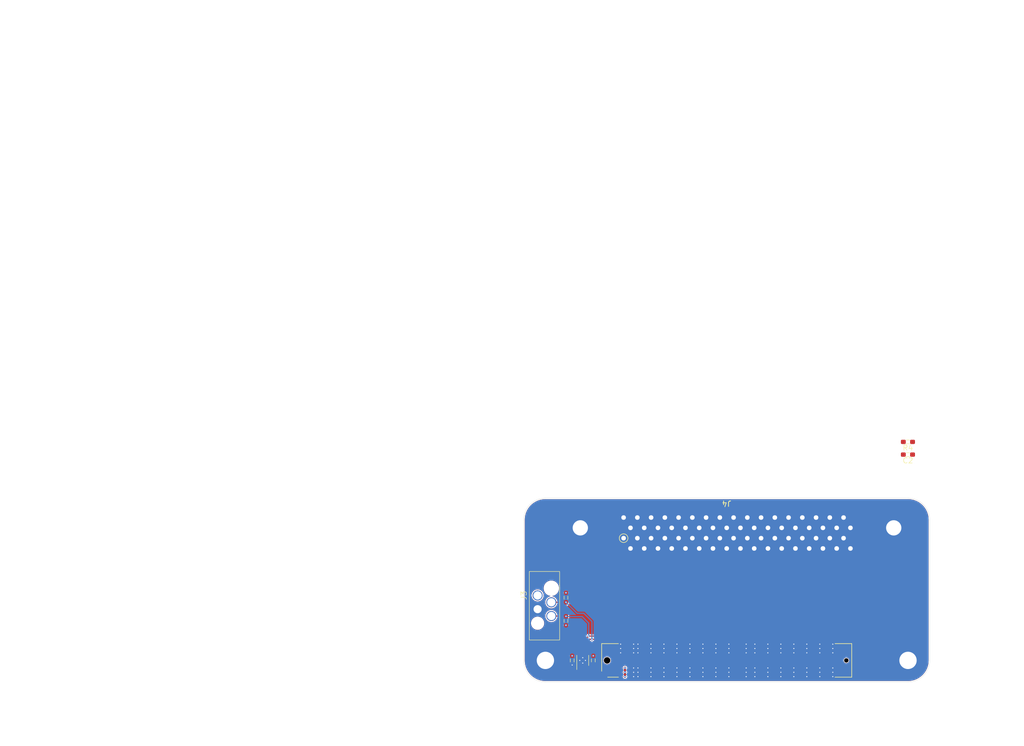
<source format=kicad_pcb>
(kicad_pcb (version 20240108) (generator "pcbnew") (generator_version "8.0")
  (title_block (title "Squishy - SE PHY ") (date "2024-06-14") (rev "1") (company "Shrine Maiden Heavy Industries") (comment 1 "License: CERN-OHL-S") (comment 2 "© 2024 Aki 'lethalbit' Van Ness, et. al.") (comment 3 "No warranty expressed or implied") (comment 4 "Squishy - SCSI Multitool"))
  (layers (0 "F.Cu" signal) (1 "In1.Cu" signal) (2 "In2.Cu" signal) (3 "In3.Cu" signal) (4 "In4.Cu" signal) (31 "B.Cu" signal) (34 "B.Paste" user) (35 "F.Paste" user) (36 "B.SilkS" user "B.Silkscreen") (37 "F.SilkS" user "F.Silkscreen") (38 "B.Mask" user) (39 "F.Mask" user) (44 "Edge.Cuts" user))
  (net 0 "")
  (net 1 "GND")
  (net 4 "/PHY.ID_SCL")
  (net 5 "+3V3")
  (net 6 "/PHY.ID_SDA")
  (net 7 "/CON.DP14+")
  (net 8 "/CON.C{slash}D+")
  (net 9 "/CON.DB10-")
  (net 10 "/CON.DB4-")
  (net 11 "/CON.ACK+")
  (net 12 "/CON.TERMPWR")
  (net 13 "/CON.DP1+")
  (net 14 "/CON.BSY-")
  (net 15 "/CON.RST-")
  (net 16 "/CON.DB2-")
  (net 17 "/CON.BSY+")
  (net 18 "/CON.DB5+")
  (net 19 "/CON.ATN-")
  (net 20 "/CON.DP0+")
  (net 21 "/CON.SEL+")
  (net 22 "/CON.ATN+")
  (net 23 "/CON.DB9-")
  (net 24 "/CON.SEL-")
  (net 25 "/CON.DB9+")
  (net 26 "/CON.DB0-")
  (net 27 "/CON.DB11+")
  (net 28 "/CON.DB7+")
  (net 29 "/CON.DP1-")
  (net 30 "/CON.DB5-")
  (net 31 "/CON.REQ-")
  (net 32 "/CON.DB1-")
  (net 33 "/CON.DB13+")
  (net 34 "/CON.REQ+")
  (net 35 "/CON.DB3-")
  (net 36 "/CON.DB8+")
  (net 37 "/CON.DB13-")
  (net 38 "/CON.DB15-")
  (net 39 "/CON.MSG+")
  (net 40 "/CON.DB11-")
  (net 41 "/CON.DP12+")
  (net 42 "/CON.DB3+")
  (net 43 "/CON.ACK-")
  (net 44 "/CON.DIFFSENSE")
  (net 45 "/CON.I{slash}O+")
  (net 46 "/CON.I{slash}O-")
  (net 47 "/CON.DB4+")
  (net 48 "/CON.DB15+")
  (net 49 "/CON.DB6-")
  (net 50 "/CON.DP14-")
  (net 51 "/CON.RST+")
  (net 52 "/CON.DB8-")
  (net 53 "/CON.DB10+")
  (net 54 "/CON.MSG-")
  (net 55 "/CON.DB6+")
  (net 56 "/CON.C{slash}D-")
  (net 57 "/CON.DB7-")
  (net 58 "/CON.DP12-")
  (net 59 "/CON.DB1+")
  (net 60 "/CON.DP0-")
  (net 61 "/CON.DB2+")
  (net 62 "/CON.DB0+")
  (net 63 "Net-(U1-E0)")
  (net 64 "Net-(C2-Pad1)")
  (net 65 "/CON.DB12-")
  (net 66 "/CON.DB14+")
  (net 67 "/CON.DB14-")
  (net 68 "/CON.DB12+")
  (footprint "lethalbit-connectors:1014457-10x80xLF" (layer "F.Cu") (at 147.5 136 180)
    (property "Reference" "J1" (hide yes))
    (property "Value" "SCSI PHY Mezz")
    (fp_line (start 23.100001 3.1) (end 23.1 -2) (stroke (width 0.12)) (layer "F.SilkS"))
    (fp_line (start 23.100001 3.1) (end 20.000001 3.1) (stroke (width 0.12)) (layer "F.SilkS"))
    (fp_line (start 22 -3.1) (end 20.000001 -3.1) (stroke (width 0.12)) (layer "F.SilkS"))
    (fp_line (start -20.000001 3.1) (end -23.100001 3.1) (stroke (width 0.12)) (layer "F.SilkS"))
    (fp_line (start -20.000001 -3.1) (end -23.100001 -3.1) (stroke (width 0.12)) (layer "F.SilkS"))
    (fp_line (start -23.100001 3.1) (end -23.100001 -3.1) (stroke (width 0.12)) (layer "F.SilkS"))
    (pad "" np_thru_hole circle (at -22.1 0 180) (size 0.8 0.8) (drill 0.8) (layers "*.Mask"))
    (pad "" np_thru_hole circle (at 22.1 0 180) (size 1.2 1.2) (drill 1.2) (layers "*.Mask"))
    (pad "1" smd roundrect (at 19.6 -2.2 180) (size 0.4 2) (layers "F.Cu" "F.Paste" "F.Mask") (net 1 "GND"))
    (pad "2" smd roundrect (at 19.6 2.2 180) (size 0.4 2) (layers "F.Cu" "F.Paste" "F.Mask") (net 1 "GND"))
    (pad "3" smd roundrect (at 18.8 -2.199999 180) (size 0.4 2) (layers "F.Cu" "F.Paste" "F.Mask") (net 5 "+3V3"))
    (pad "4" smd roundrect (at 18.8 2.199999 180) (size 0.4 2) (layers "F.Cu" "F.Paste" "F.Mask") (net 6 "/PHY.ID_SDA"))
    (pad "5" smd roundrect (at 18 -2.2 180) (size 0.4 2) (layers "F.Cu" "F.Paste" "F.Mask"))
    (pad "6" smd roundrect (at 18 2.2 180) (size 0.4 2) (layers "F.Cu" "F.Paste" "F.Mask") (net 4 "/PHY.ID_SCL"))
    (pad "7" smd roundrect (at 17.200001 -2.2 180) (size 0.4 2) (layers "F.Cu" "F.Paste" "F.Mask") (net 1 "GND"))
    (pad "8" smd roundrect (at 17.200001 2.2 180) (size 0.4 2) (layers "F.Cu" "F.Paste" "F.Mask") (net 1 "GND"))
    (pad "9" smd roundrect (at 16.4 -2.2 180) (size 0.4 2) (layers "F.Cu" "F.Paste" "F.Mask") (net 1 "GND"))
    (pad "10" smd roundrect (at 16.4 2.2 180) (size 0.4 2) (layers "F.Cu" "F.Paste" "F.Mask") (net 1 "GND"))
    (pad "11" smd roundrect (at 15.6 -2.2 180) (size 0.4 2) (layers "F.Cu" "F.Paste" "F.Mask") (net 41 "/CON.DP12+"))
    (pad "12" smd roundrect (at 15.6 2.2 180) (size 0.4 2) (layers "F.Cu" "F.Paste" "F.Mask") (net 58 "/CON.DP12-"))
    (pad "13" smd roundrect (at 14.799999 -2.2 180) (size 0.4 2) (layers "F.Cu" "F.Paste" "F.Mask") (net 33 "/CON.DB13+"))
    (pad "14" smd roundrect (at 14.799999 2.2 180) (size 0.4 2) (layers "F.Cu" "F.Paste" "F.Mask") (net 37 "/CON.DB13-"))
    (pad "15" smd roundrect (at 14 -2.2 180) (size 0.4 2) (layers "F.Cu" "F.Paste" "F.Mask") (net 1 "GND"))
    (pad "16" smd roundrect (at 14 2.2 180) (size 0.4 2) (layers "F.Cu" "F.Paste" "F.Mask") (net 1 "GND"))
    (pad "17" smd roundrect (at 13.2 -2.199999 180) (size 0.4 2) (layers "F.Cu" "F.Paste" "F.Mask") (net 7 "/CON.DP14+"))
    (pad "18" smd roundrect (at 13.2 2.199999 180) (size 0.4 2) (layers "F.Cu" "F.Paste" "F.Mask") (net 50 "/CON.DP14-"))
    (pad "19" smd roundrect (at 12.4 -2.2 180) (size 0.4 2) (layers "F.Cu" "F.Paste" "F.Mask") (net 48 "/CON.DB15+"))
    (pad "20" smd roundrect (at 12.4 2.2 180) (size 0.4 2) (layers "F.Cu" "F.Paste" "F.Mask") (net 38 "/CON.DB15-"))
    (pad "21" smd roundrect (at 11.6 -2.2 180) (size 0.4 2) (layers "F.Cu" "F.Paste" "F.Mask") (net 1 "GND"))
    (pad "22" smd roundrect (at 11.6 2.2 180) (size 0.4 2) (layers "F.Cu" "F.Paste" "F.Mask") (net 1 "GND"))
    (pad "23" smd roundrect (at 10.8 -2.2 180) (size 0.4 2) (layers "F.Cu" "F.Paste" "F.Mask") (net 13 "/CON.DP1+"))
    (pad "24" smd roundrect (at 10.8 2.2 180) (size 0.4 2) (layers "F.Cu" "F.Paste" "F.Mask") (net 29 "/CON.DP1-"))
    (pad "25" smd roundrect (at 10 -2.2 180) (size 0.4 2) (layers "F.Cu" "F.Paste" "F.Mask") (net 62 "/CON.DB0+"))
    (pad "26" smd roundrect (at 10 2.2 180) (size 0.4 2) (layers "F.Cu" "F.Paste" "F.Mask") (net 26 "/CON.DB0-"))
    (pad "27" smd roundrect (at 9.199999 -2.2 180) (size 0.4 2) (layers "F.Cu" "F.Paste" "F.Mask") (net 1 "GND"))
    (pad "28" smd roundrect (at 9.199999 2.2 180) (size 0.4 2) (layers "F.Cu" "F.Paste" "F.Mask") (net 1 "GND"))
    (pad "29" smd roundrect (at 8.4 -2.2 180) (size 0.4 2) (layers "F.Cu" "F.Paste" "F.Mask") (net 59 "/CON.DB1+"))
    (pad "30" smd roundrect (at 8.4 2.2 180) (size 0.4 2) (layers "F.Cu" "F.Paste" "F.Mask") (net 32 "/CON.DB1-"))
    (pad "31" smd roundrect (at 7.6 -2.199999 180) (size 0.4 2) (layers "F.Cu" "F.Paste" "F.Mask") (net 61 "/CON.DB2+"))
    (pad "32" smd roundrect (at 7.6 2.199999 180) (size 0.4 2) (layers "F.Cu" "F.Paste" "F.Mask") (net 16 "/CON.DB2-"))
    (pad "33" smd roundrect (at 6.8 -2.2 180) (size 0.4 2) (layers "F.Cu" "F.Paste" "F.Mask") (net 1 "GND"))
    (pad "34" smd roundrect (at 6.8 2.2 180) (size 0.4 2) (layers "F.Cu" "F.Paste" "F.Mask") (net 1 "GND"))
    (pad "35" smd roundrect (at 6 -2.2 180) (size 0.4 2) (layers "F.Cu" "F.Paste" "F.Mask") (net 42 "/CON.DB3+"))
    (pad "36" smd roundrect (at 6 2.2 180) (size 0.4 2) (layers "F.Cu" "F.Paste" "F.Mask") (net 35 "/CON.DB3-"))
    (pad "37" smd roundrect (at 5.2 -2.2 180) (size 0.4 2) (layers "F.Cu" "F.Paste" "F.Mask") (net 47 "/CON.DB4+"))
    (pad "38" smd roundrect (at 5.2 2.2 180) (size 0.4 2) (layers "F.Cu" "F.Paste" "F.Mask") (net 10 "/CON.DB4-"))
    (pad "39" smd roundrect (at 4.4 -2.2 180) (size 0.4 2) (layers "F.Cu" "F.Paste" "F.Mask") (net 1 "GND"))
    (pad "40" smd roundrect (at 4.4 2.2 180) (size 0.4 2) (layers "F.Cu" "F.Paste" "F.Mask") (net 1 "GND"))
    (pad "41" smd roundrect (at 3.599999 -2.2 180) (size 0.4 2) (layers "F.Cu" "F.Paste" "F.Mask") (net 18 "/CON.DB5+"))
    (pad "42" smd roundrect (at 3.599999 2.2 180) (size 0.4 2) (layers "F.Cu" "F.Paste" "F.Mask") (net 30 "/CON.DB5-"))
    (pad "43" smd roundrect (at 2.8 -2.2 180) (size 0.4 2) (layers "F.Cu" "F.Paste" "F.Mask") (net 55 "/CON.DB6+"))
    (pad "44" smd roundrect (at 2.8 2.2 180) (size 0.4 2) (layers "F.Cu" "F.Paste" "F.Mask") (net 49 "/CON.DB6-"))
    (pad "45" smd roundrect (at 2 -2.199999 180) (size 0.4 2) (layers "F.Cu" "F.Paste" "F.Mask") (net 1 "GND"))
    (pad "46" smd roundrect (at 2 2.199999 180) (size 0.4 2) (layers "F.Cu" "F.Paste" "F.Mask") (net 1 "GND"))
    (pad "47" smd roundrect (at 1.2 -2.2 180) (size 0.4 2) (layers "F.Cu" "F.Paste" "F.Mask") (net 28 "/CON.DB7+"))
    (pad "48" smd roundrect (at 1.2 2.2 180) (size 0.4 2) (layers "F.Cu" "F.Paste" "F.Mask") (net 57 "/CON.DB7-"))
    (pad "49" smd roundrect (at 0.4 -2.2 180) (size 0.4 2) (layers "F.Cu" "F.Paste" "F.Mask") (net 20 "/CON.DP0+"))
    (pad "50" smd roundrect (at 0.4 2.2 180) (size 0.4 2) (layers "F.Cu" "F.Paste" "F.Mask") (net 60 "/CON.DP0-"))
    (pad "51" smd roundrect (at -0.4 -2.2 180) (size 0.4 2) (layers "F.Cu" "F.Paste" "F.Mask") (net 1 "GND"))
    (pad "52" smd roundrect (at -0.4 2.2 180) (size 0.4 2) (layers "F.Cu" "F.Paste" "F.Mask") (net 1 "GND"))
    (pad "53" smd roundrect (at -1.2 -2.2 180) (size 0.4 2) (layers "F.Cu" "F.Paste" "F.Mask") (net 44 "/CON.DIFFSENSE"))
    (pad "54" smd roundrect (at -1.2 2.2 180) (size 0.4 2) (layers "F.Cu" "F.Paste" "F.Mask"))
    (pad "55" smd roundrect (at -2 -2.199999 180) (size 0.4 2) (layers "F.Cu" "F.Paste" "F.Mask") (net 12 "/CON.TERMPWR"))
    (pad "56" smd roundrect (at -2 2.199999 180) (size 0.4 2) (layers "F.Cu" "F.Paste" "F.Mask") (net 12 "/CON.TERMPWR"))
    (pad "57" smd roundrect (at -2.8 -2.2 180) (size 0.4 2) (layers "F.Cu" "F.Paste" "F.Mask") (net 12 "/CON.TERMPWR"))
    (pad "58" smd roundrect (at -2.8 2.2 180) (size 0.4 2) (layers "F.Cu" "F.Paste" "F.Mask") (net 12 "/CON.TERMPWR"))
    (pad "59" smd roundrect (at -3.599999 -2.2 180) (size 0.4 2) (layers "F.Cu" "F.Paste" "F.Mask") (net 1 "GND"))
    (pad "60" smd roundrect (at -3.599999 2.2 180) (size 0.4 2) (layers "F.Cu" "F.Paste" "F.Mask") (net 1 "GND"))
    (pad "61" smd roundrect (at -4.4 -2.2 180) (size 0.4 2) (layers "F.Cu" "F.Paste" "F.Mask") (net 22 "/CON.ATN+"))
    (pad "62" smd roundrect (at -4.4 2.2 180) (size 0.4 2) (layers "F.Cu" "F.Paste" "F.Mask") (net 19 "/CON.ATN-"))
    (pad "63" smd roundrect (at -5.2 -2.2 180) (size 0.4 2) (layers "F.Cu" "F.Paste" "F.Mask") (net 1 "GND"))
    (pad "64" smd roundrect (at -5.2 2.2 180) (size 0.4 2) (layers "F.Cu" "F.Paste" "F.Mask") (net 1 "GND"))
    (pad "65" smd roundrect (at -6 -2.2 180) (size 0.4 2) (layers "F.Cu" "F.Paste" "F.Mask") (net 17 "/CON.BSY+"))
    (pad "66" smd roundrect (at -6 2.2 180) (size 0.4 2) (layers "F.Cu" "F.Paste" "F.Mask") (net 14 "/CON.BSY-"))
    (pad "67" smd roundrect (at -6.8 -2.2 180) (size 0.4 2) (layers "F.Cu" "F.Paste" "F.Mask") (net 11 "/CON.ACK+"))
    (pad "68" smd roundrect (at -6.8 2.2 180) (size 0.4 2) (layers "F.Cu" "F.Paste" "F.Mask") (net 43 "/CON.ACK-"))
    (pad "69" smd roundrect (at -7.6 -2.199999 180) (size 0.4 2) (layers "F.Cu" "F.Paste" "F.Mask") (net 1 "GND"))
    (pad "70" smd roundrect (at -7.6 2.199999 180) (size 0.4 2) (layers "F.Cu" "F.Paste" "F.Mask") (net 1 "GND"))
    (pad "71" smd roundrect (at -8.4 -2.2 180) (size 0.4 2) (layers "F.Cu" "F.Paste" "F.Mask") (net 51 "/CON.RST+"))
    (pad "72" smd roundrect (at -8.4 2.2 180) (size 0.4 2) (layers "F.Cu" "F.Paste" "F.Mask") (net 15 "/CON.RST-"))
    (pad "73" smd roundrect (at -9.199999 -2.2 180) (size 0.4 2) (layers "F.Cu" "F.Paste" "F.Mask") (net 39 "/CON.MSG+"))
    (pad "74" smd roundrect (at -9.199999 2.2 180) (size 0.4 2) (layers "F.Cu" "F.Paste" "F.Mask") (net 54 "/CON.MSG-"))
    (pad "75" smd roundrect (at -10 -2.2 180) (size 0.4 2) (layers "F.Cu" "F.Paste" "F.Mask") (net 1 "GND"))
    (pad "76" smd roundrect (at -10 2.2 180) (size 0.4 2) (layers "F.Cu" "F.Paste" "F.Mask") (net 1 "GND"))
    (pad "77" smd roundrect (at -10.8 -2.2 180) (size 0.4 2) (layers "F.Cu" "F.Paste" "F.Mask") (net 21 "/CON.SEL+"))
    (pad "78" smd roundrect (at -10.8 2.2 180) (size 0.4 2) (layers "F.Cu" "F.Paste" "F.Mask") (net 24 "/CON.SEL-"))
    (pad "79" smd roundrect (at -11.6 -2.2 180) (size 0.4 2) (layers "F.Cu" "F.Paste" "F.Mask") (net 8 "/CON.C{slash}D+"))
    (pad "80" smd roundrect (at -11.6 2.2 180) (size 0.4 2) (layers "F.Cu" "F.Paste" "F.Mask") (net 56 "/CON.C{slash}D-"))
    (pad "81" smd roundrect (at -12.4 -2.2 180) (size 0.4 2) (layers "F.Cu" "F.Paste" "F.Mask") (net 1 "GND"))
    (pad "82" smd roundrect (at -12.4 2.2 180) (size 0.4 2) (layers "F.Cu" "F.Paste" "F.Mask") (net 1 "GND"))
    (pad "83" smd roundrect (at -13.2 -2.199999 180) (size 0.4 2) (layers "F.Cu" "F.Paste" "F.Mask") (net 34 "/CON.REQ+"))
    (pad "84" smd roundrect (at -13.2 2.199999 180) (size 0.4 2) (layers "F.Cu" "F.Paste" "F.Mask") (net 31 "/CON.REQ-"))
    (pad "85" smd roundrect (at -14 -2.2 180) (size 0.4 2) (layers "F.Cu" "F.Paste" "F.Mask") (net 45 "/CON.I{slash}O+"))
    (pad "86" smd roundrect (at -14 2.2 180) (size 0.4 2) (layers "F.Cu" "F.Paste" "F.Mask") (net 46 "/CON.I{slash}O-"))
    (pad "87" smd roundrect (at -14.799999 -2.2 180) (size 0.4 2) (layers "F.Cu" "F.Paste" "F.Mask") (net 1 "GND"))
    (pad "88" smd roundrect (at -14.799999 2.2 180) (size 0.4 2) (layers "F.Cu" "F.Paste" "F.Mask") (net 1 "GND"))
    (pad "89" smd roundrect (at -15.6 -2.2 180) (size 0.4 2) (layers "F.Cu" "F.Paste" "F.Mask") (net 36 "/CON.DB8+"))
    (pad "90" smd roundrect (at -15.6 2.2 180) (size 0.4 2) (layers "F.Cu" "F.Paste" "F.Mask") (net 52 "/CON.DB8-"))
    (pad "91" smd roundrect (at -16.4 -2.2 180) (size 0.4 2) (layers "F.Cu" "F.Paste" "F.Mask") (net 25 "/CON.DB9+"))
    (pad "92" smd roundrect (at -16.4 2.2 180) (size 0.4 2) (layers "F.Cu" "F.Paste" "F.Mask") (net 23 "/CON.DB9-"))
    (pad "93" smd roundrect (at -17.200001 -2.2 180) (size 0.4 2) (layers "F.Cu" "F.Paste" "F.Mask") (net 1 "GND"))
    (pad "94" smd roundrect (at -17.200001 2.2 180) (size 0.4 2) (layers "F.Cu" "F.Paste" "F.Mask") (net 1 "GND"))
    (pad "95" smd roundrect (at -18 -2.2 180) (size 0.4 2) (layers "F.Cu" "F.Paste" "F.Mask") (net 53 "/CON.DB10+"))
    (pad "96" smd roundrect (at -18 2.2 180) (size 0.4 2) (layers "F.Cu" "F.Paste" "F.Mask") (net 9 "/CON.DB10-"))
    (pad "97" smd roundrect (at -18.8 -2.199999 180) (size 0.4 2) (layers "F.Cu" "F.Paste" "F.Mask") (net 27 "/CON.DB11+"))
    (pad "98" smd roundrect (at -18.8 2.199999 180) (size 0.4 2) (layers "F.Cu" "F.Paste" "F.Mask") (net 40 "/CON.DB11-"))
    (pad "99" smd roundrect (at -19.6 -2.2 180) (size 0.4 2) (layers "F.Cu" "F.Paste" "F.Mask") (net 1 "GND"))
    (pad "100" smd roundrect (at -19.6 2.2 180) (size 0.4 2) (layers "F.Cu" "F.Paste" "F.Mask") (net 1 "GND"))
  )
  (footprint "rhais_rcl:R0603" (layer "F.Cu") (at 117.8 128.7 90)
    (property "Reference" "R3")
    (property "Value" "4k7" (hide yes))
    (fp_line (start 0.3 -0.349999) (end -0.3 -0.349999) (stroke (width 0.1)) (layer "F.SilkS"))
    (fp_line (start -0.3 0.349999) (end 0.3 0.349999) (stroke (width 0.1)) (layer "F.SilkS"))
    (pad "1" smd roundrect (at -0.85 0 90) (size 0.9 0.8) (layers "F.Cu" "F.Paste" "F.Mask") (net 5 "+3V3"))
    (pad "2" smd roundrect (at 0.85 0 90) (size 0.9 0.8) (layers "F.Cu" "F.Paste" "F.Mask") (net 4 "/PHY.ID_SCL"))
  )
  (footprint "rhais_rcl:R0603" (layer "F.Cu") (at 117.8 124.4 -90)
    (property "Reference" "R2")
    (property "Value" "4k7" (hide yes))
    (fp_line (start -0.3 0.349999) (end 0.3 0.349999) (stroke (width 0.1)) (layer "F.SilkS"))
    (fp_line (start 0.3 -0.349999) (end -0.3 -0.349999) (stroke (width 0.1)) (layer "F.SilkS"))
    (pad "1" smd roundrect (at -0.85 0 270) (size 0.9 0.8) (layers "F.Cu" "F.Paste" "F.Mask") (net 5 "+3V3"))
    (pad "2" smd roundrect (at 0.85 0 270) (size 0.9 0.8) (layers "F.Cu" "F.Paste" "F.Mask") (net 6 "/PHY.ID_SDA"))
  )
  (footprint "lethalbit-connectors:5787082-7" (layer "F.Cu") (at 147.5 112.384001 180)
    (property "Reference" "J4" (at 0 5.400001 180) (layer "F.SilkS"))
    (property "Value" "HD-68" (hide yes))
    (fp_circle (center 19.05 -1.015999) (end 19.85 -1.015999) (stroke (width 0.12)) (fill none) (layer "F.SilkS"))
    (pad "1" thru_hole circle (at 19.05 -1.015999) (size 1.2 1.2) (drill 0.85) (layers "*.Cu" "*.Mask") (net 68 "/CON.DB12+"))
    (pad "2" thru_hole circle (at 17.78 -2.920999) (size 1.2 1.2) (drill 0.85) (layers "*.Cu" "*.Mask") (net 33 "/CON.DB13+"))
    (pad "3" thru_hole circle (at 16.51 -1.015999) (size 1.2 1.2) (drill 0.85) (layers "*.Cu" "*.Mask") (net 66 "/CON.DB14+"))
    (pad "4" thru_hole circle (at 15.24 -2.921) (size 1.2 1.2) (drill 0.85) (layers "*.Cu" "*.Mask") (net 48 "/CON.DB15+"))
    (pad "5" thru_hole circle (at 13.97 -1.015999) (size 1.2 1.2) (drill 0.85) (layers "*.Cu" "*.Mask") (net 13 "/CON.DP1+"))
    (pad "6" thru_hole circle (at 12.699999 -2.920999) (size 1.2 1.2) (drill 0.85) (layers "*.Cu" "*.Mask") (net 1 "GND"))
    (pad "7" thru_hole circle (at 11.43 -1.016) (size 1.2 1.2) (drill 0.85) (layers "*.Cu" "*.Mask") (net 62 "/CON.DB0+"))
    (pad "8" thru_hole circle (at 10.159999 -2.921) (size 1.2 1.2) (drill 0.85) (layers "*.Cu" "*.Mask") (net 59 "/CON.DB1+"))
    (pad "9" thru_hole circle (at 8.89 -1.015999) (size 1.2 1.2) (drill 0.85) (layers "*.Cu" "*.Mask") (net 61 "/CON.DB2+"))
    (pad "10" thru_hole circle (at 7.619999 -2.921) (size 1.2 1.2) (drill 0.85) (layers "*.Cu" "*.Mask") (net 42 "/CON.DB3+"))
    (pad "11" thru_hole circle (at 6.35 -1.015999) (size 1.2 1.2) (drill 0.85) (layers "*.Cu" "*.Mask") (net 47 "/CON.DB4+"))
    (pad "12" thru_hole circle (at 5.079998 -2.921) (size 1.2 1.2) (drill 0.85) (layers "*.Cu" "*.Mask") (net 18 "/CON.DB5+"))
    (pad "13" thru_hole circle (at 3.81 -1.015999) (size 1.2 1.2) (drill 0.85) (layers "*.Cu" "*.Mask") (net 55 "/CON.DB6+"))
    (pad "14" thru_hole circle (at 2.539999 -2.920999) (size 1.2 1.2) (drill 0.85) (layers "*.Cu" "*.Mask") (net 28 "/CON.DB7+"))
    (pad "15" thru_hole circle (at 1.27 -1.016) (size 1.2 1.2) (drill 0.85) (layers "*.Cu" "*.Mask") (net 20 "/CON.DP0+"))
    (pad "16" thru_hole circle (at -0.000001 -2.921) (size 1.2 1.2) (drill 0.85) (layers "*.Cu" "*.Mask") (net 44 "/CON.DIFFSENSE"))
    (pad "17" thru_hole circle (at -1.27 -1.016) (size 1.2 1.2) (drill 0.85) (layers "*.Cu" "*.Mask") (net 12 "/CON.TERMPWR"))
    (pad "18" thru_hole circle (at -2.540001 -2.921) (size 1.2 1.2) (drill 0.85) (layers "*.Cu" "*.Mask") (net 12 "/CON.TERMPWR"))
    (pad "19" thru_hole circle (at -3.81 -1.015999) (size 1.2 1.2) (drill 0.85) (layers "*.Cu" "*.Mask") (net 1 "GND"))
    (pad "20" thru_hole circle (at -5.08 -2.920999) (size 1.2 1.2) (drill 0.85) (layers "*.Cu" "*.Mask") (net 22 "/CON.ATN+"))
    (pad "21" thru_hole circle (at -6.35 -1.015999) (size 1.2 1.2) (drill 0.85) (layers "*.Cu" "*.Mask") (net 1 "GND"))
    (pad "22" thru_hole circle (at -7.62 -2.921) (size 1.2 1.2) (drill 0.85) (layers "*.Cu" "*.Mask") (net 17 "/CON.BSY+"))
    (pad "23" thru_hole circle (at -8.89 -1.015999) (size 1.2 1.2) (drill 0.85) (layers "*.Cu" "*.Mask") (net 11 "/CON.ACK+"))
    (pad "24" thru_hole circle (at -10.160002 -2.921) (size 1.2 1.2) (drill 0.85) (layers "*.Cu" "*.Mask") (net 51 "/CON.RST+"))
    (pad "25" thru_hole circle (at -11.43 -1.016) (size 1.2 1.2) (drill 0.85) (layers "*.Cu" "*.Mask") (net 39 "/CON.MSG+"))
    (pad "26" thru_hole circle (at -12.700001 -2.921) (size 1.2 1.2) (drill 0.85) (layers "*.Cu" "*.Mask") (net 21 "/CON.SEL+"))
    (pad "27" thru_hole circle (at -13.97 -1.015999) (size 1.2 1.2) (drill 0.85) (layers "*.Cu" "*.Mask") (net 8 "/CON.C{slash}D+"))
    (pad "28" thru_hole circle (at -15.240001 -2.921) (size 1.2 1.2) (drill 0.85) (layers "*.Cu" "*.Mask") (net 34 "/CON.REQ+"))
    (pad "29" thru_hole circle (at -16.51 -1.015999) (size 1.2 1.2) (drill 0.85) (layers "*.Cu" "*.Mask") (net 45 "/CON.I{slash}O+"))
    (pad "30" thru_hole circle (at -17.780002 -2.921) (size 1.2 1.2) (drill 0.85) (layers "*.Cu" "*.Mask") (net 1 "GND"))
    (pad "31" thru_hole circle (at -19.05 -1.015999) (size 1.2 1.2) (drill 0.85) (layers "*.Cu" "*.Mask") (net 36 "/CON.DB8+"))
    (pad "32" thru_hole circle (at -20.320001 -2.920999) (size 1.2 1.2) (drill 0.85) (layers "*.Cu" "*.Mask") (net 25 "/CON.DB9+"))
    (pad "33" thru_hole circle (at -21.59 -1.016) (size 1.2 1.2) (drill 0.85) (layers "*.Cu" "*.Mask") (net 53 "/CON.DB10+"))
    (pad "34" thru_hole circle (at -22.860001 -2.921) (size 1.2 1.2) (drill 0.85) (layers "*.Cu" "*.Mask") (net 27 "/CON.DB11+"))
    (pad "35" thru_hole circle (at 19.05 2.794) (size 1.2 1.2) (drill 0.85) (layers "*.Cu" "*.Mask") (net 65 "/CON.DB12-"))
    (pad "36" thru_hole circle (at 17.78 0.888999) (size 1.2 1.2) (drill 0.85) (layers "*.Cu" "*.Mask") (net 37 "/CON.DB13-"))
    (pad "37" thru_hole circle (at 16.51 2.794) (size 1.2 1.2) (drill 0.85) (layers "*.Cu" "*.Mask") (net 67 "/CON.DB14-"))
    (pad "38" thru_hole circle (at 15.24 0.889) (size 1.2 1.2) (drill 0.85) (layers "*.Cu" "*.Mask") (net 38 "/CON.DB15-"))
    (pad "39" thru_hole circle (at 13.97 2.794) (size 1.2 1.2) (drill 0.85) (layers "*.Cu" "*.Mask") (net 29 "/CON.DP1-"))
    (pad "40" thru_hole circle (at 12.7 0.889) (size 1.2 1.2) (drill 0.85) (layers "*.Cu" "*.Mask") (net 1 "GND"))
    (pad "41" thru_hole circle (at 11.43 2.794) (size 1.2 1.2) (drill 0.85) (layers "*.Cu" "*.Mask") (net 26 "/CON.DB0-"))
    (pad "42" thru_hole circle (at 10.16 0.889) (size 1.2 1.2) (drill 0.85) (layers "*.Cu" "*.Mask") (net 32 "/CON.DB1-"))
    (pad "43" thru_hole circle (at 8.89 2.794) (size 1.2 1.2) (drill 0.85) (layers "*.Cu" "*.Mask") (net 16 "/CON.DB2-"))
    (pad "44" thru_hole circle (at 7.62 0.889) (size 1.2 1.2) (drill 0.85) (layers "*.Cu" "*.Mask") (net 35 "/CON.DB3-"))
    (pad "45" thru_hole circle (at 6.35 2.794) (size 1.2 1.2) (drill 0.85) (layers "*.Cu" "*.Mask") (net 10 "/CON.DB4-"))
    (pad "46" thru_hole circle (at 5.08 0.888999) (size 1.2 1.2) (drill 0.85) (layers "*.Cu" "*.Mask") (net 30 "/CON.DB5-"))
    (pad "47" thru_hole circle (at 3.81 2.794) (size 1.2 1.2) (drill 0.85) (layers "*.Cu" "*.Mask") (net 49 "/CON.DB6-"))
    (pad "48" thru_hole circle (at 2.54 0.889) (size 1.2 1.2) (drill 0.85) (layers "*.Cu" "*.Mask") (net 57 "/CON.DB7-"))
    (pad "49" thru_hole circle (at 1.27 2.794) (size 1.2 1.2) (drill 0.85) (layers "*.Cu" "*.Mask") (net 60 "/CON.DP0-"))
    (pad "50" thru_hole circle (at 0 0.889) (size 1.2 1.2) (drill 0.85) (layers "*.Cu" "*.Mask") (net 1 "GND"))
    (pad "51" thru_hole circle (at -1.27 2.794) (size 1.2 1.2) (drill 0.85) (layers "*.Cu" "*.Mask") (net 12 "/CON.TERMPWR"))
    (pad "52" thru_hole circle (at -2.54 0.889) (size 1.2 1.2) (drill 0.85) (layers "*.Cu" "*.Mask") (net 12 "/CON.TERMPWR"))
    (pad "53" thru_hole circle (at -3.81 2.794) (size 1.2 1.2) (drill 0.85) (layers "*.Cu" "*.Mask") (net 1 "GND"))
    (pad "54" thru_hole circle (at -5.08 0.888999) (size 1.2 1.2) (drill 0.85) (layers "*.Cu" "*.Mask") (net 19 "/CON.ATN-"))
    (pad "55" thru_hole circle (at -6.35 2.794) (size 1.2 1.2) (drill 0.85) (layers "*.Cu" "*.Mask") (net 1 "GND"))
    (pad "56" thru_hole circle (at -7.62 0.889) (size 1.2 1.2) (drill 0.85) (layers "*.Cu" "*.Mask") (net 14 "/CON.BSY-"))
    (pad "57" thru_hole circle (at -8.89 2.794) (size 1.2 1.2) (drill 0.85) (layers "*.Cu" "*.Mask") (net 43 "/CON.ACK-"))
    (pad "58" thru_hole circle (at -10.16 0.889) (size 1.2 1.2) (drill 0.85) (layers "*.Cu" "*.Mask") (net 15 "/CON.RST-"))
    (pad "59" thru_hole circle (at -11.43 2.794) (size 1.2 1.2) (drill 0.85) (layers "*.Cu" "*.Mask") (net 54 "/CON.MSG-"))
    (pad "60" thru_hole circle (at -12.7 0.889) (size 1.2 1.2) (drill 0.85) (layers "*.Cu" "*.Mask") (net 24 "/CON.SEL-"))
    (pad "61" thru_hole circle (at -13.97 2.794) (size 1.2 1.2) (drill 0.85) (layers "*.Cu" "*.Mask") (net 56 "/CON.C{slash}D-"))
    (pad "62" thru_hole circle (at -15.24 0.889) (size 1.2 1.2) (drill 0.85) (layers "*.Cu" "*.Mask") (net 31 "/CON.REQ-"))
    (pad "63" thru_hole circle (at -16.51 2.794) (size 1.2 1.2) (drill 0.85) (layers "*.Cu" "*.Mask") (net 46 "/CON.I{slash}O-"))
    (pad "64" thru_hole circle (at -17.78 0.888999) (size 1.2 1.2) (drill 0.85) (layers "*.Cu" "*.Mask") (net 1 "GND"))
    (pad "65" thru_hole circle (at -19.05 2.794) (size 1.2 1.2) (drill 0.85) (layers "*.Cu" "*.Mask") (net 52 "/CON.DB8-"))
    (pad "66" thru_hole circle (at -20.32 0.889) (size 1.2 1.2) (drill 0.85) (layers "*.Cu" "*.Mask") (net 23 "/CON.DB9-"))
    (pad "67" thru_hole circle (at -21.59 2.794) (size 1.2 1.2) (drill 0.85) (layers "*.Cu" "*.Mask") (net 9 "/CON.DB10-"))
    (pad "68" thru_hole circle (at -22.86 0.889) (size 1.2 1.2) (drill 0.85) (layers "*.Cu" "*.Mask") (net 40 "/CON.DB11-"))
    (pad "SHIELD" thru_hole circle (at -30.860999 0.889) (size 4.1 4.1) (drill 2.82) (layers "*.Cu" "*.Mask") (net 64 "Net-(C2-Pad1)"))
    (pad "SHIELD" thru_hole circle (at 27.05 0.888999) (size 4.1 4.1) (drill 2.82) (layers "*.Cu" "*.Mask") (net 64 "Net-(C2-Pad1)"))
  )
  (footprint "PCM_kikit:Tab" (layer "F.Cu") (at 185.25 131 180)
    (property "Reference" "REF**" (hide yes))
    (property "Value" "Tab")
  )
  (footprint "PCM_kikit:Tab" (layer "F.Cu") (at 174 140.25 90)
    (property "Reference" "REF**" (hide yes))
    (property "Value" "Tab")
  )
  (footprint "rhais_rcl:C0603" (layer "F.Cu") (at 118.95 136 90)
    (property "Reference" "C1")
    (property "Value" "100n" (hide yes))
    (fp_line (start -0.3 -0.349999) (end 0.3 -0.349999) (stroke (width 0.1)) (layer "F.SilkS"))
    (fp_line (start 0.3 0.349999) (end -0.3 0.349999) (stroke (width 0.1)) (layer "F.SilkS"))
    (pad "1" smd roundrect (at -0.85 0 90) (size 0.9 0.8) (layers "F.Cu" "F.Paste" "F.Mask") (net 1 "GND"))
    (pad "2" smd roundrect (at 0.85 0 90) (size 0.9 0.8) (layers "F.Cu" "F.Paste" "F.Mask") (net 5 "+3V3"))
  )
  (footprint "rhais_rcl:R0603" (layer "F.Cu") (at 180.985 95.599003 180)
    (property "Reference" "R4" (at 0 -1.099999 360) (layer "F.SilkS") (effects (font (thickness 0.1))))
    (property "Value" "1M")
    (fp_line (start 0.3 -0.349999) (end -0.3 -0.349999) (stroke (width 0.1)) (layer "F.SilkS"))
    (fp_line (start -0.3 0.349999) (end 0.3 0.349999) (stroke (width 0.1)) (layer "F.SilkS"))
    (pad "1" smd roundrect (at -0.85 0 180) (size 0.9 0.8) (layers "F.Cu" "F.Paste" "F.Mask") (net 1 "GND"))
    (pad "2" smd roundrect (at 0.85 0 180) (size 0.9 0.8) (layers "F.Cu" "F.Paste" "F.Mask") (net 64 "Net-(C2-Pad1)"))
  )
  (footprint "PCM_kikit:Tab" (layer "F.Cu") (at 121.000001 105.75 -90)
    (property "Reference" "REF**" (hide yes))
    (property "Value" "Tab")
  )
  (footprint "rhais_rcl:C0603" (layer "F.Cu") (at 180.985 97.949003 180)
    (property "Reference" "C2" (at 0 -1.099999 360) (layer "F.SilkS") (effects (font (thickness 0.1))))
    (property "Value" "100n")
    (fp_line (start 0.3 0.349999) (end -0.3 0.349999) (stroke (width 0.1)) (layer "F.SilkS"))
    (fp_line (start -0.3 -0.349999) (end 0.3 -0.349999) (stroke (width 0.1)) (layer "F.SilkS"))
    (pad "1" smd roundrect (at -0.85 0 180) (size 0.9 0.8) (layers "F.Cu" "F.Paste" "F.Mask") (net 64 "Net-(C2-Pad1)"))
    (pad "2" smd roundrect (at 0.85 0 180) (size 0.9 0.8) (layers "F.Cu" "F.Paste" "F.Mask") (net 1 "GND"))
  )
  (footprint "MountingHole:MountingHole_3.2mm_M3_Pad" (layer "F.Cu") (at 181 136)
    (property "Reference" "H4" (hide yes))
    (property "Value" "MountingHole" (hide yes))
    (pad "1" thru_hole circle (at 0 0) (size 6.4 6.4) (drill 3.2) (layers "*.Cu" "*.Mask") (net 1 "GND"))
  )
  (footprint "PCM_kikit:Tab" (layer "F.Cu") (at 109.7 131)
    (property "Reference" "REF**" (hide yes))
    (property "Value" "Tab")
  )
  (footprint "PCM_kikit:Tab" (layer "F.Cu") (at 174 105.75 -90)
    (property "Reference" "REF**" (hide yes))
    (property "Value" "Tab")
  )
  (footprint "PCM_kikit:Tab" (layer "F.Cu") (at 109.7 115)
    (property "Reference" "REF**" (hide yes))
    (property "Value" "Tab")
  )
  (footprint "PCM_kikit:Tab" (layer "F.Cu") (at 185.25 115 180)
    (property "Reference" "REF**" (hide yes))
    (property "Value" "Tab")
  )
  (footprint "rhais_rcl:R0603" (layer "F.Cu") (at 122.85 136 90)
    (property "Reference" "R1")
    (property "Value" "10k" (hide yes))
    (fp_line (start 0.3 -0.349999) (end -0.3 -0.349999) (stroke (width 0.1)) (layer "F.SilkS"))
    (fp_line (start -0.3 0.349999) (end 0.3 0.349999) (stroke (width 0.1)) (layer "F.SilkS"))
    (pad "1" smd roundrect (at -0.85 0 90) (size 0.9 0.8) (layers "F.Cu" "F.Paste" "F.Mask") (net 63 "Net-(U1-E0)"))
    (pad "2" smd roundrect (at 0.85 0 90) (size 0.9 0.8) (layers "F.Cu" "F.Paste" "F.Mask") (net 5 "+3V3"))
  )
  (footprint "lethalbit-memory:ST_UFDFPN-8-1EP_2x3mm_P0.5mm_EP1.6x1.6mm" (layer "F.Cu") (at 120.9 136 90)
    (property "Reference" "U1")
    (property "Value" "M24C02-RMC" (hide yes))
    (fp_line (start -1.7 -1.1) (end 0.95 -1.1) (stroke (width 0.1)) (layer "F.SilkS"))
    (fp_line (start 0.95 1.1) (end -0.95 1.1) (stroke (width 0.1)) (layer "F.SilkS"))
    (pad "1" smd roundrect (at -1.4 -0.750001 90) (size 0.6 0.3) (layers "F.Cu" "F.Paste" "F.Mask") (roundrect_rratio 0.15625) (net 63 "Net-(U1-E0)"))
    (pad "2" smd roundrect (at -1.4 -0.25 90) (size 0.6 0.3) (layers "F.Cu" "F.Paste" "F.Mask") (roundrect_rratio 0.15625) (net 63 "Net-(U1-E0)"))
    (pad "3" smd roundrect (at -1.4 0.25 90) (size 0.6 0.3) (layers "F.Cu" "F.Paste" "F.Mask") (roundrect_rratio 0.15625) (net 1 "GND"))
    (pad "4" smd roundrect (at -1.4 0.750001 90) (size 0.6 0.3) (layers "F.Cu" "F.Paste" "F.Mask") (roundrect_rratio 0.15625) (net 1 "GND"))
    (pad "5" smd roundrect (at 1.4 0.750001 90) (size 0.6 0.3) (layers "F.Cu" "F.Paste" "F.Mask") (roundrect_rratio 0.15625) (net 6 "/PHY.ID_SDA"))
    (pad "6" smd roundrect (at 1.4 0.25 90) (size 0.6 0.3) (layers "F.Cu" "F.Paste" "F.Mask") (roundrect_rratio 0.15625) (net 4 "/PHY.ID_SCL"))
    (pad "7" smd roundrect (at 1.4 -0.25 90) (size 0.6 0.3) (layers "F.Cu" "F.Paste" "F.Mask") (roundrect_rratio 0.15625) (net 1 "GND"))
    (pad "8" smd roundrect (at 1.4 -0.750001 90) (size 0.6 0.3) (layers "F.Cu" "F.Paste" "F.Mask") (roundrect_rratio 0.15625) (net 5 "+3V3"))
    (pad "EP" smd roundrect (at 0 0 90) (size 1.6 1.6) (layers "F.Cu" "F.Mask") (roundrect_rratio 0.15625) (net 1 "GND"))
  )
  (footprint "pkl_connectors_wuerth:490107670412-d" (layer "F.Cu") (at 112.56 123.99 90)
    (property "Reference" "J3" (at 0 -2.54 90) (layer "F.SilkS") (effects (font (thickness 0.1))))
    (property "Value" "Conn_01x04")
    (fp_poly (pts (xy 4.43 -1.529999) (xy -8.24 -1.529999) (xy -8.239999 4.07) (xy 4.43 4.070001)) (stroke (width 0.1)) (fill none) (layer "F.SilkS"))
    (pad "" np_thru_hole circle (at -5.14 0 90) (size 2.2 2.2) (drill 2.2) (layers "F&B.Cu" "*.Mask"))
    (pad "" np_thru_hole circle (at 1.33 2.54 90) (size 2.6 2.6) (drill 2.6) (layers "F&B.Cu" "*.Mask"))
    (pad "1" thru_hole circle (at 0 0 90) (size 1.85 1.85) (drill 1.5) (layers "*.Cu" "*.Mask") (net 5 "+3V3"))
    (pad "2" thru_hole circle (at -1.27 2.54 90) (size 1.85 1.85) (drill 1.5) (layers "*.Cu" "*.Mask") (net 6 "/PHY.ID_SDA"))
    (pad "3" thru_hole circle (at -2.54 0 90) (size 1.85 1.85) (drill 1.5) (layers "*.Cu" "*.Mask") (net 1 "GND"))
    (pad "4" thru_hole circle (at -3.81 2.54 90) (size 1.85 1.85) (drill 1.5) (layers "*.Cu" "*.Mask") (net 4 "/PHY.ID_SCL"))
  )
  (footprint "MountingHole:MountingHole_3.2mm_M3_Pad" (layer "F.Cu") (at 114 136)
    (property "Reference" "H3" (hide yes))
    (property "Value" "MountingHole" (hide yes))
    (pad "1" thru_hole circle (at 0 0) (size 6.4 6.4) (drill 3.2) (layers "*.Cu" "*.Mask") (net 1 "GND"))
  )
  (footprint "PCM_kikit:Tab" (layer "F.Cu") (at 121 140.25 90)
    (property "Reference" "REF**" (hide yes))
    (property "Value" "Tab")
  )
  (gr_line (start 181 106) (end 114 106) (stroke (width 0.05)) (layer "Edge.Cuts"))
  (gr_line (start 114 140) (end 181 140) (stroke (width 0.05)) (layer "Edge.Cuts"))
  (gr_arc (start 110 110) (mid 111.171573 107.171573) (end 114 106) (stroke (width 0.05)) (layer "Edge.Cuts"))
  (gr_line (start 185 136) (end 185 110) (stroke (width 0.05)) (layer "Edge.Cuts"))
  (gr_arc (start 185 136) (mid 183.828427 138.828427) (end 181 140) (stroke (width 0.05)) (layer "Edge.Cuts"))
  (gr_arc (start 181 106) (mid 183.828427 107.171573) (end 185 110) (stroke (width 0.05)) (layer "Edge.Cuts"))
  (gr_line (start 110 136) (end 110 110) (stroke (width 0.05)) (layer "Edge.Cuts"))
  (gr_arc (start 114 140) (mid 111.171573 138.828427) (end 110 136) (stroke (width 0.05)) (layer "Edge.Cuts"))
  (via (at 164.7 134.6) (size 0.45) (drill 0.2) (layers "F.Cu" "B.Cu") (net 1))
  (via (at 162.3 138.2) (size 0.45) (drill 0.2) (layers "F.Cu" "B.Cu") (net 1))
  (via (at 135.9 138.2) (size 0.45) (drill 0.2) (layers "F.Cu" "B.Cu") (net 1))
  (via (at 131.1 139) (size 0.45) (drill 0.2) (layers "F.Cu" "B.Cu") (net 1))
  (via (at 155.1 137.4) (size 0.45) (drill 0.2) (layers "F.Cu" "B.Cu") (net 1))
  (via (at 145.5 133.8) (size 0.45) (drill 0.2) (layers "F.Cu" "B.Cu") (net 1))
  (via (at 145.5 138.2) (size 0.45) (drill 0.2) (layers "F.Cu" "B.Cu") (net 1))
  (via (at 140.7 133) (size 0.45) (drill 0.2) (layers "F.Cu" "B.Cu") (net 1))
  (via (at 135.9 133.8) (size 0.45) (drill 0.2) (layers "F.Cu" "B.Cu") (net 1))
  (via (at 120.35 136) (size 0.45) (drill 0.2) (layers "F.Cu" "B.Cu") (net 1))
  (via (at 138.3 133.8) (size 0.45) (drill 0.2) (layers "F.Cu" "B.Cu") (net 1))
  (via (at 133.5 137.4) (size 0.45) (drill 0.2) (layers "F.Cu" "B.Cu") (net 1))
  (via (at 157.5 137.4) (size 0.45) (drill 0.2) (layers "F.Cu" "B.Cu") (net 1))
  (via (at 145.5 133) (size 0.45) (drill 0.2) (layers "F.Cu" "B.Cu") (net 1))
  (via (at 152.7 138.2) (size 0.45) (drill 0.2) (layers "F.Cu" "B.Cu") (net 1))
  (via (at 131.1 134.6) (size 0.45) (drill 0.2) (layers "F.Cu" "B.Cu") (net 1))
  (via (at 164.7 138.2) (size 0.45) (drill 0.2) (layers "F.Cu" "B.Cu") (net 1))
  (via (at 131.1 137.4) (size 0.45) (drill 0.2) (layers "F.Cu" "B.Cu") (net 1))
  (via (at 147.9 134.6) (size 0.45) (drill 0.2) (layers "F.Cu" "B.Cu") (net 1))
  (via (at 121.4 136) (size 0.45) (drill 0.2) (layers "F.Cu" "B.Cu") (net 1))
  (via (at 159.9 133) (size 0.45) (drill 0.2) (layers "F.Cu" "B.Cu") (net 1))
  (via (at 145.5 134.6) (size 0.45) (drill 0.2) (layers "F.Cu" "B.Cu") (net 1))
  (via (at 151.1 139) (size 0.45) (drill 0.2) (layers "F.Cu" "B.Cu") (net 1))
  (via (at 143.1 139) (size 0.45) (drill 0.2) (layers "F.Cu" "B.Cu") (net 1))
  (via (at 120.9 135.5) (size 0.45) (drill 0.2) (layers "F.Cu" "B.Cu") (net 1))
  (via (at 151.1 137.4) (size 0.45) (drill 0.2) (layers "F.Cu" "B.Cu") (net 1))
  (via (at 135.9 137.4) (size 0.45) (drill 0.2) (layers "F.Cu" "B.Cu") (net 1))
  (via (at 151.1 133.8) (size 0.45) (drill 0.2) (layers "F.Cu" "B.Cu") (net 1))
  (via (at 133.5 134.6) (size 0.45) (drill 0.2) (layers "F.Cu" "B.Cu") (net 1))
  (via (at 140.7 133.8) (size 0.45) (drill 0.2) (layers "F.Cu" "B.Cu") (net 1))
  (via (at 157.5 133.8) (size 0.45) (drill 0.2) (layers "F.Cu" "B.Cu") (net 1))
  (via (at 145.5 139) (size 0.45) (drill 0.2) (layers "F.Cu" "B.Cu") (net 1))
  (via (at 159.9 138.2) (size 0.45) (drill 0.2) (layers "F.Cu" "B.Cu") (net 1))
  (via (at 143.1 133) (size 0.45) (drill 0.2) (layers "F.Cu" "B.Cu") (net 1))
  (via (at 131.1 133) (size 0.45) (drill 0.2) (layers "F.Cu" "B.Cu") (net 1))
  (via (at 143.1 133.8) (size 0.45) (drill 0.2) (layers "F.Cu" "B.Cu") (net 1))
  (via (at 157.5 134.6) (size 0.45) (drill 0.2) (layers "F.Cu" "B.Cu") (net 1))
  (via (at 130.3 133.8) (size 0.45) (drill 0.2) (layers "F.Cu" "B.Cu") (net 1))
  (via (at 155.1 139) (size 0.45) (drill 0.2) (layers "F.Cu" "B.Cu") (net 1))
  (via (at 164.7 139) (size 0.45) (drill 0.2) (layers "F.Cu" "B.Cu") (net 1))
  (via (at 131.1 138.2) (size 0.45) (drill 0.2) (layers "F.Cu" "B.Cu") (net 1))
  (via (at 133.5 133.8) (size 0.45) (drill 0.2) (layers "F.Cu" "B.Cu") (net 1))
  (via (at 164.7 137.4) (size 0.45) (drill 0.2) (layers "F.Cu" "B.Cu") (net 1))
  (via (at 162.3 139) (size 0.45) (drill 0.2) (layers "F.Cu" "B.Cu") (net 1))
  (via (at 140.7 134.6) (size 0.45) (drill 0.2) (layers "F.Cu" "B.Cu") (net 1))
  (via (at 151.1 138.2) (size 0.45) (drill 0.2) (layers "F.Cu" "B.Cu") (net 1))
  (via (at 152.7 134.6) (size 0.45) (drill 0.2) (layers "F.Cu" "B.Cu") (net 1))
  (via (at 164.7 133.8) (size 0.45) (drill 0.2) (layers "F.Cu" "B.Cu") (net 1))
  (via (at 147.9 133.8) (size 0.45) (drill 0.2) (layers "F.Cu" "B.Cu") (net 1))
  (via (at 159.9 137.4) (size 0.45) (drill 0.2) (layers "F.Cu" "B.Cu") (net 1))
  (via (at 147.9 133) (size 0.45) (drill 0.2) (layers "F.Cu" "B.Cu") (net 1))
  (via (at 145.5 137.4) (size 0.45) (drill 0.2) (layers "F.Cu" "B.Cu") (net 1))
  (via (at 159.9 133.8) (size 0.45) (drill 0.2) (layers "F.Cu" "B.Cu") (net 1))
  (via (at 151.1 133) (size 0.45) (drill 0.2) (layers "F.Cu" "B.Cu") (net 1))
  (via (at 133.5 133) (size 0.45) (drill 0.2) (layers "F.Cu" "B.Cu") (net 1))
  (via (at 130.3 133) (size 0.45) (drill 0.2) (layers "F.Cu" "B.Cu") (net 1))
  (via (at 155.1 133) (size 0.45) (drill 0.2) (layers "F.Cu" "B.Cu") (net 1))
  (via (at 140.7 138.2) (size 0.45) (drill 0.2) (layers "F.Cu" "B.Cu") (net 1))
  (via (at 162.3 137.4) (size 0.45) (drill 0.2) (layers "F.Cu" "B.Cu") (net 1))
  (via (at 167.1 134.6) (size 0.45) (drill 0.2) (layers "F.Cu" "B.Cu") (net 1))
  (via (at 143.1 137.4) (size 0.45) (drill 0.2) (layers "F.Cu" "B.Cu") (net 1))
  (via (at 167.1 133) (size 0.45) (drill 0.2) (layers "F.Cu" "B.Cu") (net 1))
  (via (at 140.7 139) (size 0.45) (drill 0.2) (layers "F.Cu" "B.Cu") (net 1))
  (via (at 152.7 133) (size 0.45) (drill 0.2) (layers "F.Cu" "B.Cu") (net 1))
  (via (at 133.5 138.2) (size 0.45) (drill 0.2) (layers "F.Cu" "B.Cu") (net 1))
  (via (at 130.3 134.6) (size 0.45) (drill 0.2) (layers "F.Cu" "B.Cu") (net 1))
  (via (at 162.3 133.8) (size 0.45) (drill 0.2) (layers "F.Cu" "B.Cu") (net 1))
  (via (at 127.9 134.6) (size 0.45) (drill 0.2) (layers "F.Cu" "B.Cu") (net 1))
  (via (at 147.9 138.2) (size 0.45) (drill 0.2) (layers "F.Cu" "B.Cu") (net 1))
  (via (at 138.3 139) (size 0.45) (drill 0.2) (layers "F.Cu" "B.Cu") (net 1))
  (via (at 159.9 139) (size 0.45) (drill 0.2) (layers "F.Cu" "B.Cu") (net 1))
  (via (at 152.7 137.4) (size 0.45) (drill 0.2) (layers "F.Cu" "B.Cu") (net 1))
  (via (at 140.7 137.4) (size 0.45) (drill 0.2) (layers "F.Cu" "B.Cu") (net 1))
  (via (at 138.3 134.6) (size 0.45) (drill 0.2) (layers "F.Cu" "B.Cu") (net 1))
  (via (at 130.3 138.2) (size 0.45) (drill 0.2) (layers "F.Cu" "B.Cu") (net 1))
  (via (at 162.3 133) (size 0.45) (drill 0.2) (layers "F.Cu" "B.Cu") (net 1))
  (via (at 138.3 137.4) (size 0.45) (drill 0.2) (layers "F.Cu" "B.Cu") (net 1))
  (via (at 147.9 139) (size 0.45) (drill 0.2) (layers "F.Cu" "B.Cu") (net 1))
  (via (at 147.9 137.4) (size 0.45) (drill 0.2) (layers "F.Cu" "B.Cu") (net 1))
  (via (at 133.5 139) (size 0.45) (drill 0.2) (layers "F.Cu" "B.Cu") (net 1))
  (via (at 167.1 139) (size 0.45) (drill 0.2) (layers "F.Cu" "B.Cu") (net 1))
  (via (at 164.7 133) (size 0.45) (drill 0.2) (layers "F.Cu" "B.Cu") (net 1))
  (via (at 127.9 133.8) (size 0.45) (drill 0.2) (layers "F.Cu" "B.Cu") (net 1))
  (via (at 152.7 139) (size 0.45) (drill 0.2) (layers "F.Cu" "B.Cu") (net 1))
  (via (at 151.1 134.6) (size 0.45) (drill 0.2) (layers "F.Cu" "B.Cu") (net 1))
  (via (at 138.3 138.2) (size 0.45) (drill 0.2) (layers "F.Cu" "B.Cu") (net 1))
  (via (at 155.1 134.6) (size 0.45) (drill 0.2) (layers "F.Cu" "B.Cu") (net 1))
  (via (at 157.5 138.2) (size 0.45) (drill 0.2) (layers "F.Cu" "B.Cu") (net 1))
  (via (at 143.1 138.2) (size 0.45) (drill 0.2) (layers "F.Cu" "B.Cu") (net 1))
  (via (at 131.1 133.8) (size 0.45) (drill 0.2) (layers "F.Cu" "B.Cu") (net 1))
  (via (at 143.1 134.6) (size 0.45) (drill 0.2) (layers "F.Cu" "B.Cu") (net 1))
  (via (at 155.1 133.8) (size 0.45) (drill 0.2) (layers "F.Cu" "B.Cu") (net 1))
  (via (at 135.9 134.6) (size 0.45) (drill 0.2) (layers "F.Cu" "B.Cu") (net 1))
  (via (at 130.3 137.4) (size 0.45) (drill 0.2) (layers "F.Cu" "B.Cu") (net 1))
  (via (at 135.9 133) (size 0.45) (drill 0.2) (layers "F.Cu" "B.Cu") (net 1))
  (via (at 135.9 139) (size 0.45) (drill 0.2) (layers "F.Cu" "B.Cu") (net 1))
  (via (at 138.3 133) (size 0.45) (drill 0.2) (layers "F.Cu" "B.Cu") (net 1))
  (via (at 155.1 138.2) (size 0.45) (drill 0.2) (layers "F.Cu" "B.Cu") (net 1))
  (via (at 159.9 134.6) (size 0.45) (drill 0.2) (layers "F.Cu" "B.Cu") (net 1))
  (via (at 120.9 136.5) (size 0.45) (drill 0.2) (layers "F.Cu" "B.Cu") (net 1))
  (via (at 152.7 133.8) (size 0.45) (drill 0.2) (layers "F.Cu" "B.Cu") (net 1))
  (via (at 167.1 133.8) (size 0.45) (drill 0.2) (layers "F.Cu" "B.Cu") (net 1))
  (via (at 157.5 139) (size 0.45) (drill 0.2) (layers "F.Cu" "B.Cu") (net 1))
  (via (at 127.9 133) (size 0.45) (drill 0.2) (layers "F.Cu" "B.Cu") (net 1))
  (via (at 162.3 134.6) (size 0.45) (drill 0.2) (layers "F.Cu" "B.Cu") (net 1))
  (via (at 167.1 137.4) (size 0.45) (drill 0.2) (layers "F.Cu" "B.Cu") (net 1))
  (via (at 130.3 139) (size 0.45) (drill 0.2) (layers "F.Cu" "B.Cu") (net 1))
  (via (at 167.1 138.2) (size 0.45) (drill 0.2) (layers "F.Cu" "B.Cu") (net 1))
  (via (at 157.5 133) (size 0.45) (drill 0.2) (layers "F.Cu" "B.Cu") (net 1))
  (via (at 118.95 136.85) (size 0.45) (drill 0.2) (layers "F.Cu" "B.Cu") (net 1))
  (segment (start 117.4 127.8) (end 115.1 127.8) (width 0.2) (layer "F.Cu") (net 4))
  (segment (start 121.15 134.6) (end 121.15 132.35) (width 0.2) (layer "F.Cu") (net 4))
  (segment (start 128.5 131.5) (end 129.5 132.5) (width 0.2) (layer "F.Cu") (net 4))
  (segment (start 117.8 127.85) (end 117.45 127.85) (width 0.2) (layer "F.Cu") (net 4))
  (segment (start 122 131.5) (end 128.5 131.5) (width 0.2) (layer "F.Cu") (net 4))
  (segment (start 117.45 127.85) (end 117.4 127.8) (width 0.2) (layer "F.Cu") (net 4))
  (segment (start 121.15 132.35) (end 122 131.5) (width 0.2) (layer "F.Cu") (net 4))
  (segment (start 129.5 132.5) (end 129.5 133.8) (width 0.2) (layer "F.Cu") (net 4))
  (via (at 117.8 127.85) (size 0.45) (drill 0.2) (layers "F.Cu" "B.Cu") (net 4))
  (via (at 122 131.5) (size 0.45) (drill 0.2) (layers "F.Cu" "B.Cu") (net 4))
  (segment (start 120.8 127.9) (end 117.85 127.9) (width 0.2) (layer "B.Cu") (net 4))
  (segment (start 117.85 127.9) (end 117.8 127.85) (width 0.2) (layer "B.Cu") (net 4))
  (segment (start 122 129.1) (end 120.8 127.9) (width 0.2) (layer "B.Cu") (net 4))
  (segment (start 122 131.5) (end 122 129.1) (width 0.2) (layer "B.Cu") (net 4))
  (segment (start 120.149999 134.6) (end 119.5 134.6) (width 0.3) (layer "F.Cu") (net 5))
  (segment (start 119.5 134.6) (end 118.95 135.15) (width 0.3) (layer "F.Cu") (net 5))
  (via (at 128.7 138.2) (size 0.45) (drill 0.2) (layers "F.Cu" "B.Cu") (net 5))
  (via (at 117.8 123.5) (size 0.45) (drill 0.2) (layers "F.Cu" "B.Cu") (net 5))
  (via (at 117.8 129.5) (size 0.45) (drill 0.2) (layers "F.Cu" "B.Cu") (net 5))
  (via (at 118.95 135.15) (size 0.45) (drill 0.2) (layers "F.Cu" "B.Cu") (net 5))
  (via (at 128.7 139) (size 0.45) (drill 0.2) (layers "F.Cu" "B.Cu") (net 5))
  (via (at 128.7 137.4) (size 0.45) (drill 0.2) (layers "F.Cu" "B.Cu") (net 5))
  (via (at 122.85 135.15) (size 0.45) (drill 0.2) (layers "F.Cu" "B.Cu") (net 5))
  (segment (start 122.1 132.1) (end 121.650001 132.549999) (width 0.2) (layer "F.Cu") (net 6))
  (segment (start 128.7 132.5) (end 128.3 132.1) (width 0.2) (layer "F.Cu") (net 6))
  (segment (start 121.650001 132.549999) (end 121.650001 134.6) (width 0.2) (layer "F.Cu") (net 6))
  (segment (start 117.8 125.25) (end 115.11 125.25) (width 0.2) (layer "F.Cu") (net 6))
  (segment (start 122.4 132.1) (end 122.1 132.1) (width 0.2) (layer "F.Cu") (net 6))
  (segment (start 115.11 125.25) (end 115.1 125.26) (width 0.2) (layer "F.Cu") (net 6))
  (segment (start 128.7 133.800001) (end 128.7 132.5) (width 0.2) (layer "F.Cu") (net 6))
  (segment (start 128.3 132.1) (end 122.4 132.1) (width 0.2) (layer "F.Cu") (net 6))
  (via (at 117.8 125.25) (size 0.45) (drill 0.2) (layers "F.Cu" "B.Cu") (net 6))
  (via (at 122.6 132.1) (size 0.45) (drill 0.2) (layers "F.Cu" "B.Cu") (net 6))
  (segment (start 122.6 128.8) (end 121.1 127.3) (width 0.2) (layer "B.Cu") (net 6))
  (segment (start 119.85 127.3) (end 117.8 125.25) (width 0.2) (layer "B.Cu") (net 6))
  (segment (start 122.6 132.1) (end 122.6 128.8) (width 0.2) (layer "B.Cu") (net 6))
  (segment (start 121.1 127.3) (end 119.85 127.3) (width 0.2) (layer "B.Cu") (net 6))
  (segment (start 122.1 138.3) (end 122.85 137.55) (width 0.2) (layer "F.Cu") (net 63))
  (segment (start 120.149999 137.4) (end 120.65 137.4) (width 0.2) (layer "F.Cu") (net 63))
  (segment (start 120.65 137.4) (end 120.65 138) (width 0.2) (layer "F.Cu") (net 63))
  (segment (start 120.95 138.3) (end 122.1 138.3) (width 0.2) (layer "F.Cu") (net 63))
  (segment (start 120.65 138) (end 120.95 138.3) (width 0.2) (layer "F.Cu") (net 63))
  (segment (start 122.85 137.55) (end 122.85 136.85) (width 0.2) (layer "F.Cu") (net 63))
  (zone (net 1) (net_name "GND") (layers "F.Cu" "In1.Cu" "In2.Cu" "In3.Cu" "In4.Cu" "B.Cu") (connect_pads yes (clearance 0.2)) (min_thickness 0.1) (fill yes (thermal_gap 0.2) (thermal_bridge_width 0.4) (smoothing fillet) (radius 0.2))
    (polygon (pts (xy 185 140) (xy 110 140) (xy 110 106) (xy 185 106)))
  )
)
</source>
